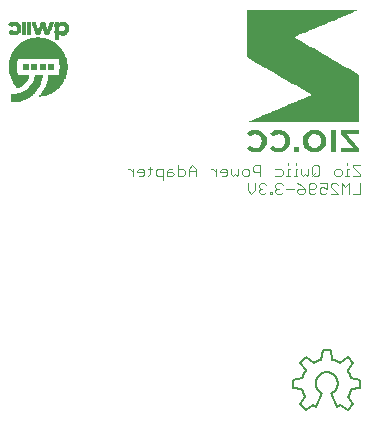
<source format=gbr>
G04 EAGLE Gerber RS-274X export*
G75*
%MOMM*%
%FSLAX34Y34*%
%LPD*%
%INSilkscreen Bottom*%
%IPPOS*%
%AMOC8*
5,1,8,0,0,1.08239X$1,22.5*%
G01*
%ADD10C,0.101600*%
%ADD11R,0.120000X0.020000*%
%ADD12R,0.340000X0.020000*%
%ADD13R,0.320000X0.020000*%
%ADD14R,0.140000X0.020000*%
%ADD15R,0.280000X0.020000*%
%ADD16R,0.360000X0.020000*%
%ADD17R,0.420000X0.020000*%
%ADD18R,0.380000X0.020000*%
%ADD19R,0.480000X0.020000*%
%ADD20R,0.540000X0.020000*%
%ADD21R,0.560000X0.020000*%
%ADD22R,0.400000X0.020000*%
%ADD23R,0.640000X0.020000*%
%ADD24R,0.620000X0.020000*%
%ADD25R,0.700000X0.020000*%
%ADD26R,0.660000X0.020000*%
%ADD27R,0.740000X0.020000*%
%ADD28R,1.080000X0.020000*%
%ADD29R,0.800000X0.020000*%
%ADD30R,1.100000X0.020000*%
%ADD31R,0.440000X0.020000*%
%ADD32R,0.840000X0.020000*%
%ADD33R,1.120000X0.020000*%
%ADD34R,0.460000X0.020000*%
%ADD35R,0.860000X0.020000*%
%ADD36R,0.900000X0.020000*%
%ADD37R,1.140000X0.020000*%
%ADD38R,0.920000X0.020000*%
%ADD39R,1.160000X0.020000*%
%ADD40R,0.960000X0.020000*%
%ADD41R,0.500000X0.020000*%
%ADD42R,0.520000X0.020000*%
%ADD43R,0.940000X0.020000*%
%ADD44R,0.260000X0.020000*%
%ADD45R,0.180000X0.020000*%
%ADD46R,0.580000X0.020000*%
%ADD47R,0.060000X0.020000*%
%ADD48R,0.600000X0.020000*%
%ADD49R,0.300000X0.020000*%
%ADD50R,0.040000X0.020000*%
%ADD51R,0.100000X0.020000*%
%ADD52R,0.160000X0.020000*%
%ADD53R,0.220000X0.020000*%
%ADD54R,0.980000X0.020000*%
%ADD55R,0.880000X0.020000*%
%ADD56R,0.760000X0.020000*%
%ADD57R,1.060000X0.020000*%
%ADD58R,0.720000X0.020000*%
%ADD59R,0.820000X0.020000*%
%ADD60R,1.180000X0.020000*%
%ADD61R,1.340000X0.020000*%
%ADD62R,1.460000X0.020000*%
%ADD63R,1.600000X0.020000*%
%ADD64R,1.700000X0.020000*%
%ADD65R,1.820000X0.020000*%
%ADD66R,1.900000X0.020000*%
%ADD67R,1.980000X0.020000*%
%ADD68R,2.100000X0.020000*%
%ADD69R,2.160000X0.020000*%
%ADD70R,2.260000X0.020000*%
%ADD71R,2.340000X0.020000*%
%ADD72R,2.400000X0.020000*%
%ADD73R,2.480000X0.020000*%
%ADD74R,2.540000X0.020000*%
%ADD75R,2.600000X0.020000*%
%ADD76R,2.680000X0.020000*%
%ADD77R,2.720000X0.020000*%
%ADD78R,2.800000X0.020000*%
%ADD79R,2.840000X0.020000*%
%ADD80R,2.900000X0.020000*%
%ADD81R,2.960000X0.020000*%
%ADD82R,3.000000X0.020000*%
%ADD83R,3.060000X0.020000*%
%ADD84R,3.120000X0.020000*%
%ADD85R,3.160000X0.020000*%
%ADD86R,3.200000X0.020000*%
%ADD87R,3.260000X0.020000*%
%ADD88R,3.300000X0.020000*%
%ADD89R,3.340000X0.020000*%
%ADD90R,3.380000X0.020000*%
%ADD91R,3.420000X0.020000*%
%ADD92R,3.460000X0.020000*%
%ADD93R,3.520000X0.020000*%
%ADD94R,3.540000X0.020000*%
%ADD95R,3.580000X0.020000*%
%ADD96R,3.620000X0.020000*%
%ADD97R,3.660000X0.020000*%
%ADD98R,3.700000X0.020000*%
%ADD99R,3.740000X0.020000*%
%ADD100R,3.780000X0.020000*%
%ADD101R,3.800000X0.020000*%
%ADD102R,3.840000X0.020000*%
%ADD103R,3.860000X0.020000*%
%ADD104R,3.900000X0.020000*%
%ADD105R,3.940000X0.020000*%
%ADD106R,3.960000X0.020000*%
%ADD107R,3.980000X0.020000*%
%ADD108R,4.020000X0.020000*%
%ADD109R,4.060000X0.020000*%
%ADD110R,4.080000X0.020000*%
%ADD111R,4.100000X0.020000*%
%ADD112R,4.120000X0.020000*%
%ADD113R,4.160000X0.020000*%
%ADD114R,4.180000X0.020000*%
%ADD115R,4.200000X0.020000*%
%ADD116R,4.240000X0.020000*%
%ADD117R,4.260000X0.020000*%
%ADD118R,4.280000X0.020000*%
%ADD119R,4.300000X0.020000*%
%ADD120R,4.320000X0.020000*%
%ADD121R,4.340000X0.020000*%
%ADD122R,4.380000X0.020000*%
%ADD123R,4.400000X0.020000*%
%ADD124R,4.440000X0.020000*%
%ADD125R,4.460000X0.020000*%
%ADD126R,4.500000X0.020000*%
%ADD127R,4.520000X0.020000*%
%ADD128R,4.540000X0.020000*%
%ADD129R,4.560000X0.020000*%
%ADD130R,4.580000X0.020000*%
%ADD131R,4.600000X0.020000*%
%ADD132R,4.620000X0.020000*%
%ADD133R,4.640000X0.020000*%
%ADD134R,4.660000X0.020000*%
%ADD135R,4.680000X0.020000*%
%ADD136R,4.700000X0.020000*%
%ADD137R,4.720000X0.020000*%
%ADD138R,4.740000X0.020000*%
%ADD139R,0.680000X0.020000*%
%ADD140R,1.480000X0.020000*%
%ADD141R,1.580000X0.020000*%
%ADD142R,1.560000X0.020000*%
%ADD143R,1.540000X0.020000*%
%ADD144R,1.520000X0.020000*%
%ADD145R,1.500000X0.020000*%
%ADD146R,1.440000X0.020000*%
%ADD147R,1.400000X0.020000*%
%ADD148R,1.420000X0.020000*%
%ADD149R,1.380000X0.020000*%
%ADD150R,1.360000X0.020000*%
%ADD151R,1.320000X0.020000*%
%ADD152R,1.300000X0.020000*%
%ADD153R,1.260000X0.020000*%
%ADD154R,1.220000X0.020000*%
%ADD155R,1.200000X0.020000*%
%ADD156R,1.040000X0.020000*%
%ADD157R,1.020000X0.020000*%
%ADD158R,1.000000X0.020000*%
%ADD159R,1.280000X0.020000*%
%ADD160R,0.780000X0.020000*%
%ADD161R,1.240000X0.020000*%
%ADD162R,0.020000X0.020000*%
%ADD163R,1.840000X0.020000*%
%ADD164R,1.800000X0.020000*%
%ADD165R,1.780000X0.020000*%
%ADD166R,1.760000X0.020000*%
%ADD167R,1.740000X0.020000*%
%ADD168R,1.680000X0.020000*%
%ADD169R,1.660000X0.020000*%
%ADD170R,1.620000X0.020000*%
%ADD171C,0.152400*%

G36*
X379561Y258807D02*
X379561Y258807D01*
X379560Y258808D01*
X379561Y258809D01*
X379561Y298887D01*
X379556Y298893D01*
X379555Y298898D01*
X376786Y300504D01*
X374018Y302108D01*
X371250Y303714D01*
X365713Y306921D01*
X362945Y308528D01*
X360176Y310131D01*
X357405Y311738D01*
X354636Y313341D01*
X351868Y314945D01*
X349103Y316551D01*
X346338Y318155D01*
X343573Y319761D01*
X340808Y321368D01*
X338046Y322974D01*
X335284Y324584D01*
X332522Y326194D01*
X329760Y327810D01*
X327004Y329426D01*
X324282Y331056D01*
X326955Y332199D01*
X329656Y333338D01*
X332360Y334478D01*
X335061Y335614D01*
X337763Y336753D01*
X340467Y337886D01*
X343168Y339022D01*
X345872Y340158D01*
X348574Y341295D01*
X351278Y342427D01*
X354037Y343586D01*
X356795Y344741D01*
X359554Y345900D01*
X362310Y347058D01*
X365068Y348214D01*
X370586Y350531D01*
X373345Y351689D01*
X376103Y352848D01*
X378859Y354007D01*
X379499Y354282D01*
X379502Y354287D01*
X379506Y354291D01*
X379505Y354293D01*
X379506Y354296D01*
X379499Y354299D01*
X379494Y354305D01*
X369951Y354305D01*
X366770Y354308D01*
X338139Y354308D01*
X337266Y354309D01*
X337234Y354309D01*
X334958Y354311D01*
X303142Y354311D01*
X299961Y354314D01*
X284055Y354314D01*
X284043Y354304D01*
X284044Y354303D01*
X284043Y354302D01*
X284043Y314121D01*
X284048Y314116D01*
X284049Y314111D01*
X286808Y312514D01*
X289567Y310914D01*
X292322Y309314D01*
X295081Y307717D01*
X297840Y306116D01*
X300599Y304519D01*
X303357Y302919D01*
X306116Y301319D01*
X308875Y299722D01*
X311633Y298122D01*
X314399Y296518D01*
X317161Y294918D01*
X319926Y293315D01*
X322691Y291711D01*
X325456Y290105D01*
X328218Y288501D01*
X330980Y286895D01*
X336504Y283682D01*
X339239Y282074D01*
X336534Y280903D01*
X333794Y279738D01*
X331058Y278582D01*
X328315Y277424D01*
X325576Y276268D01*
X322833Y275113D01*
X320094Y273961D01*
X317351Y272809D01*
X314608Y271657D01*
X311865Y270508D01*
X309103Y269349D01*
X306345Y268191D01*
X303583Y267032D01*
X300821Y265874D01*
X298062Y264715D01*
X295300Y263556D01*
X292541Y262398D01*
X289779Y261239D01*
X287021Y260078D01*
X284265Y258913D01*
X284262Y258907D01*
X284258Y258903D01*
X284260Y258901D01*
X284258Y258898D01*
X284265Y258895D01*
X284270Y258890D01*
X287438Y258858D01*
X290606Y258845D01*
X293778Y258835D01*
X296950Y258829D01*
X300121Y258823D01*
X303290Y258819D01*
X306461Y258816D01*
X309633Y258810D01*
X312804Y258807D01*
X315976Y258807D01*
X319144Y258803D01*
X322316Y258800D01*
X338190Y258800D01*
X341371Y258797D01*
X379549Y258797D01*
X379561Y258807D01*
G37*
G36*
X343433Y233408D02*
X343433Y233408D01*
X343434Y233410D01*
X343436Y233409D01*
X346390Y234366D01*
X346391Y234368D01*
X346393Y234367D01*
X348922Y236175D01*
X348922Y236178D01*
X348924Y236178D01*
X350752Y238687D01*
X350751Y238690D01*
X350753Y238690D01*
X351185Y239897D01*
X351509Y240786D01*
X351508Y240789D01*
X351509Y240790D01*
X351660Y243017D01*
X351659Y243018D01*
X351660Y243019D01*
X351490Y245333D01*
X351488Y245335D01*
X351489Y245336D01*
X350641Y247493D01*
X350639Y247494D01*
X350640Y247496D01*
X348831Y249967D01*
X348829Y249967D01*
X348829Y249970D01*
X346319Y251727D01*
X346317Y251726D01*
X346317Y251728D01*
X344067Y252535D01*
X344065Y252534D01*
X344063Y252535D01*
X341673Y252673D01*
X341672Y252672D01*
X341671Y252673D01*
X338758Y252385D01*
X338757Y252383D01*
X338755Y252384D01*
X335916Y251049D01*
X335915Y251047D01*
X335913Y251047D01*
X333628Y248903D01*
X333627Y248900D01*
X333625Y248899D01*
X332185Y246115D01*
X332186Y246113D01*
X332184Y246111D01*
X332184Y246110D01*
X332182Y246098D01*
X332173Y246038D01*
X332171Y246026D01*
X332170Y246014D01*
X332168Y246002D01*
X332157Y245931D01*
X332156Y245919D01*
X332154Y245907D01*
X332152Y245895D01*
X332143Y245835D01*
X332142Y245823D01*
X332140Y245811D01*
X332138Y245799D01*
X332136Y245788D01*
X332136Y245787D01*
X332128Y245728D01*
X332126Y245716D01*
X332124Y245704D01*
X332123Y245692D01*
X332122Y245692D01*
X332123Y245692D01*
X332112Y245620D01*
X332110Y245608D01*
X332109Y245597D01*
X332109Y245596D01*
X332107Y245585D01*
X332098Y245525D01*
X332096Y245513D01*
X332095Y245501D01*
X332093Y245489D01*
X332082Y245417D01*
X332081Y245406D01*
X332081Y245405D01*
X332079Y245394D01*
X332077Y245382D01*
X332068Y245322D01*
X332067Y245310D01*
X332065Y245298D01*
X332063Y245286D01*
X332061Y245274D01*
X332053Y245215D01*
X332053Y245214D01*
X332051Y245203D01*
X332049Y245191D01*
X332047Y245179D01*
X332037Y245107D01*
X332035Y245095D01*
X332033Y245083D01*
X332032Y245071D01*
X332023Y245012D01*
X332021Y245000D01*
X332019Y244988D01*
X332018Y244976D01*
X332007Y244904D01*
X332006Y244892D01*
X332005Y244892D01*
X332006Y244892D01*
X332004Y244880D01*
X332002Y244868D01*
X331992Y244797D01*
X331990Y244785D01*
X331988Y244773D01*
X331986Y244761D01*
X331978Y244701D01*
X331976Y244689D01*
X331974Y244677D01*
X331972Y244665D01*
X331962Y244594D01*
X331960Y244582D01*
X331958Y244570D01*
X331957Y244558D01*
X331948Y244498D01*
X331946Y244486D01*
X331944Y244474D01*
X331943Y244462D01*
X331932Y244391D01*
X331930Y244379D01*
X331929Y244367D01*
X331927Y244355D01*
X331916Y244283D01*
X331915Y244271D01*
X331913Y244260D01*
X331913Y244259D01*
X331911Y244248D01*
X331902Y244188D01*
X331901Y244176D01*
X331899Y244164D01*
X331897Y244152D01*
X331887Y244080D01*
X331885Y244069D01*
X331885Y244068D01*
X331883Y244057D01*
X331882Y244045D01*
X331881Y244045D01*
X331882Y244045D01*
X331873Y243985D01*
X331871Y243973D01*
X331869Y243961D01*
X331868Y243949D01*
X331857Y243878D01*
X331857Y243877D01*
X331855Y243866D01*
X331854Y243854D01*
X331852Y243842D01*
X331841Y243770D01*
X331840Y243758D01*
X331838Y243746D01*
X331836Y243734D01*
X331827Y243675D01*
X331826Y243663D01*
X331824Y243651D01*
X331822Y243639D01*
X331812Y243567D01*
X331810Y243555D01*
X331808Y243543D01*
X331806Y243531D01*
X331798Y243472D01*
X331796Y243460D01*
X331794Y243448D01*
X331792Y243436D01*
X331791Y243424D01*
X331782Y243364D01*
X331780Y243352D01*
X331778Y243340D01*
X331777Y243328D01*
X331766Y243257D01*
X331765Y243245D01*
X331764Y243245D01*
X331765Y243245D01*
X331763Y243233D01*
X331761Y243221D01*
X331752Y243161D01*
X331751Y243149D01*
X331749Y243137D01*
X331747Y243125D01*
X331737Y243054D01*
X331736Y243049D01*
X331737Y243047D01*
X331736Y243045D01*
X332024Y240639D01*
X332025Y240637D01*
X332024Y240636D01*
X332309Y239897D01*
X332905Y238376D01*
X332906Y238375D01*
X332906Y238374D01*
X334337Y236421D01*
X334339Y236421D01*
X334339Y236419D01*
X336525Y234672D01*
X336527Y234672D01*
X336528Y234670D01*
X339117Y233611D01*
X339119Y233611D01*
X339120Y233610D01*
X341267Y233354D01*
X341268Y233354D01*
X341269Y233354D01*
X343433Y233408D01*
G37*
G36*
X379561Y233627D02*
X379561Y233627D01*
X379560Y233627D01*
X379561Y233628D01*
X379561Y236777D01*
X379557Y236781D01*
X379558Y236785D01*
X377846Y238776D01*
X376133Y240766D01*
X374421Y242760D01*
X372709Y244751D01*
X370994Y246742D01*
X369298Y248713D01*
X371762Y248728D01*
X374252Y248741D01*
X376739Y248754D01*
X379229Y248770D01*
X379241Y248781D01*
X379240Y248781D01*
X379241Y248782D01*
X379241Y252408D01*
X379230Y252420D01*
X379229Y252419D01*
X379229Y252420D01*
X363864Y252420D01*
X363852Y252410D01*
X363852Y252409D01*
X363852Y252408D01*
X363864Y249259D01*
X363868Y249255D01*
X363867Y249251D01*
X365583Y247260D01*
X367301Y245267D01*
X369017Y243276D01*
X370732Y241285D01*
X372451Y239291D01*
X374149Y237320D01*
X373427Y237317D01*
X373421Y237317D01*
X371599Y237308D01*
X371140Y237305D01*
X371135Y237305D01*
X369216Y237293D01*
X369211Y237293D01*
X369019Y237292D01*
X366859Y237281D01*
X366853Y237281D01*
X366443Y237279D01*
X364455Y237269D01*
X364449Y237269D01*
X363864Y237266D01*
X363852Y237256D01*
X363852Y237255D01*
X363852Y237254D01*
X363852Y233628D01*
X363862Y233616D01*
X363863Y233617D01*
X363864Y233616D01*
X379549Y233616D01*
X379561Y233627D01*
G37*
G36*
X313022Y233395D02*
X313022Y233395D01*
X313024Y233397D01*
X313026Y233396D01*
X316031Y234359D01*
X316032Y234361D01*
X316034Y234361D01*
X318547Y236265D01*
X318547Y236268D01*
X318549Y236268D01*
X320079Y238399D01*
X320079Y238402D01*
X320081Y238402D01*
X320964Y240876D01*
X320963Y240878D01*
X320965Y240879D01*
X321163Y243497D01*
X321162Y243499D01*
X321163Y243500D01*
X320737Y245990D01*
X320736Y245991D01*
X320736Y245993D01*
X319687Y248291D01*
X319685Y248292D01*
X319685Y248294D01*
X318069Y250236D01*
X318067Y250237D01*
X318066Y250238D01*
X315906Y251743D01*
X315904Y251742D01*
X315903Y251744D01*
X313407Y252583D01*
X313405Y252582D01*
X313404Y252583D01*
X310859Y252721D01*
X310858Y252720D01*
X310857Y252721D01*
X308326Y252426D01*
X308324Y252425D01*
X308323Y252426D01*
X306162Y251552D01*
X306161Y251550D01*
X306160Y251550D01*
X304275Y250187D01*
X304274Y250182D01*
X304270Y250181D01*
X304117Y249666D01*
X304117Y249665D01*
X304120Y249659D01*
X304119Y249654D01*
X305332Y248237D01*
X306455Y246924D01*
X306468Y246923D01*
X306470Y246922D01*
X307280Y247389D01*
X309259Y248524D01*
X311495Y248930D01*
X313698Y248390D01*
X315573Y246854D01*
X316636Y244673D01*
X316793Y243069D01*
X316636Y241469D01*
X315419Y239045D01*
X313232Y237458D01*
X311271Y237196D01*
X309307Y237454D01*
X307015Y238851D01*
X306443Y239315D01*
X306427Y239314D01*
X305099Y237996D01*
X303774Y236677D01*
X303773Y236661D01*
X303774Y236661D01*
X303774Y236660D01*
X304462Y236004D01*
X304463Y236004D01*
X304463Y236003D01*
X306432Y234518D01*
X306434Y234518D01*
X306434Y234516D01*
X308726Y233611D01*
X308728Y233611D01*
X308729Y233610D01*
X310867Y233357D01*
X310868Y233358D01*
X310868Y233357D01*
X313022Y233395D01*
G37*
G36*
X292965Y233360D02*
X292965Y233360D01*
X292967Y233362D01*
X292968Y233361D01*
X295711Y234151D01*
X295712Y234153D01*
X295714Y234152D01*
X298111Y235692D01*
X298112Y235694D01*
X298114Y235694D01*
X299935Y237893D01*
X299935Y237895D01*
X299937Y237896D01*
X301048Y240523D01*
X301047Y240525D01*
X301048Y240527D01*
X301295Y243014D01*
X301294Y243015D01*
X301295Y243016D01*
X301052Y245503D01*
X301050Y245504D01*
X301051Y245506D01*
X300011Y248006D01*
X300009Y248007D01*
X300009Y248008D01*
X298335Y250134D01*
X298333Y250134D01*
X298333Y250136D01*
X296121Y251695D01*
X296119Y251694D01*
X296118Y251696D01*
X293561Y252583D01*
X293559Y252582D01*
X293558Y252583D01*
X291014Y252721D01*
X291012Y252720D01*
X291012Y252721D01*
X288480Y252426D01*
X288479Y252425D01*
X288477Y252426D01*
X286320Y251552D01*
X286319Y251550D01*
X286317Y251550D01*
X284432Y250190D01*
X284429Y250175D01*
X285475Y248239D01*
X285477Y248238D01*
X285477Y248237D01*
X286616Y246918D01*
X286622Y246917D01*
X286624Y246915D01*
X286627Y246915D01*
X286628Y246916D01*
X286631Y246915D01*
X287175Y247194D01*
X287176Y247194D01*
X289209Y248454D01*
X291538Y248943D01*
X293853Y248390D01*
X295558Y247081D01*
X296612Y245200D01*
X296954Y243069D01*
X296548Y240696D01*
X295203Y238703D01*
X293342Y237448D01*
X291113Y237186D01*
X288992Y237656D01*
X287170Y238851D01*
X286597Y239315D01*
X286582Y239314D01*
X285314Y238050D01*
X284046Y236673D01*
X284046Y236658D01*
X284552Y236056D01*
X284554Y236056D01*
X284554Y236054D01*
X286493Y234560D01*
X286495Y234560D01*
X286496Y234558D01*
X288765Y233649D01*
X288767Y233650D01*
X288768Y233648D01*
X291204Y233354D01*
X291205Y233354D01*
X292965Y233360D01*
G37*
%LPC*%
G36*
X340238Y237324D02*
X340238Y237324D01*
X338080Y238457D01*
X336999Y239908D01*
X336623Y240415D01*
X336074Y242795D01*
X336451Y245212D01*
X337965Y247435D01*
X339747Y248569D01*
X341832Y248904D01*
X344147Y248412D01*
X346018Y246975D01*
X347127Y244880D01*
X347363Y243127D01*
X347354Y243042D01*
X347333Y242863D01*
X347312Y242672D01*
X347292Y242493D01*
X347270Y242302D01*
X347250Y242123D01*
X347228Y241932D01*
X347208Y241753D01*
X347187Y241562D01*
X347167Y241383D01*
X347166Y241383D01*
X347165Y241371D01*
X346318Y239907D01*
X345683Y238812D01*
X343911Y237778D01*
X343095Y237324D01*
X340238Y237324D01*
G37*
%LPD*%
G36*
X359715Y233627D02*
X359715Y233627D01*
X359714Y233627D01*
X359715Y233628D01*
X359715Y252405D01*
X359705Y252417D01*
X359704Y252416D01*
X359703Y252417D01*
X355648Y252417D01*
X355636Y252406D01*
X355637Y252406D01*
X355636Y252405D01*
X355636Y233628D01*
X355647Y233616D01*
X355648Y233617D01*
X355648Y233616D01*
X359703Y233616D01*
X359715Y233627D01*
G37*
G36*
X328665Y233627D02*
X328665Y233627D01*
X328664Y233627D01*
X328665Y233628D01*
X328665Y237894D01*
X328654Y237906D01*
X328654Y237905D01*
X328653Y237906D01*
X324278Y237906D01*
X324266Y237896D01*
X324267Y237895D01*
X324266Y237894D01*
X324266Y233628D01*
X324276Y233616D01*
X324277Y233617D01*
X324278Y233616D01*
X328653Y233616D01*
X328665Y233627D01*
G37*
D10*
X379984Y222512D02*
X373883Y222512D01*
X373883Y220987D01*
X379984Y214885D01*
X379984Y213360D01*
X373883Y213360D01*
X370629Y219461D02*
X369104Y219461D01*
X369104Y213360D01*
X370629Y213360D02*
X367578Y213360D01*
X369104Y222512D02*
X369104Y224037D01*
X362867Y213360D02*
X359816Y213360D01*
X358291Y214885D01*
X358291Y217936D01*
X359816Y219461D01*
X362867Y219461D01*
X364392Y217936D01*
X364392Y214885D01*
X362867Y213360D01*
X345682Y214885D02*
X345682Y220987D01*
X344156Y222512D01*
X341106Y222512D01*
X339580Y220987D01*
X339580Y214885D01*
X341106Y213360D01*
X344156Y213360D01*
X345682Y214885D01*
X342631Y216411D02*
X339580Y213360D01*
X336326Y214885D02*
X336326Y219461D01*
X336326Y214885D02*
X334801Y213360D01*
X333276Y214885D01*
X331751Y213360D01*
X330225Y214885D01*
X330225Y219461D01*
X326971Y219461D02*
X325446Y219461D01*
X325446Y213360D01*
X326971Y213360D02*
X323921Y213360D01*
X325446Y222512D02*
X325446Y224037D01*
X320735Y219461D02*
X319209Y219461D01*
X319209Y213360D01*
X317684Y213360D02*
X320735Y213360D01*
X319209Y222512D02*
X319209Y224037D01*
X312972Y219461D02*
X308397Y219461D01*
X312972Y219461D02*
X314498Y217936D01*
X314498Y214885D01*
X312972Y213360D01*
X308397Y213360D01*
X295787Y213360D02*
X295787Y222512D01*
X291211Y222512D01*
X289686Y220987D01*
X289686Y217936D01*
X291211Y216411D01*
X295787Y216411D01*
X284907Y213360D02*
X281856Y213360D01*
X280331Y214885D01*
X280331Y217936D01*
X281856Y219461D01*
X284907Y219461D01*
X286432Y217936D01*
X286432Y214885D01*
X284907Y213360D01*
X277077Y214885D02*
X277077Y219461D01*
X277077Y214885D02*
X275552Y213360D01*
X274026Y214885D01*
X272501Y213360D01*
X270976Y214885D01*
X270976Y219461D01*
X266197Y213360D02*
X263146Y213360D01*
X266197Y213360D02*
X267722Y214885D01*
X267722Y217936D01*
X266197Y219461D01*
X263146Y219461D01*
X261621Y217936D01*
X261621Y216411D01*
X267722Y216411D01*
X258367Y213360D02*
X258367Y219461D01*
X258367Y216411D02*
X255316Y219461D01*
X253791Y219461D01*
X241215Y219461D02*
X241215Y213360D01*
X241215Y219461D02*
X238165Y222512D01*
X235114Y219461D01*
X235114Y213360D01*
X235114Y217936D02*
X241215Y217936D01*
X225759Y222512D02*
X225759Y213360D01*
X230335Y213360D01*
X231860Y214885D01*
X231860Y217936D01*
X230335Y219461D01*
X225759Y219461D01*
X220980Y219461D02*
X217929Y219461D01*
X216404Y217936D01*
X216404Y213360D01*
X220980Y213360D01*
X222505Y214885D01*
X220980Y216411D01*
X216404Y216411D01*
X213150Y219461D02*
X213150Y210309D01*
X213150Y219461D02*
X208574Y219461D01*
X207049Y217936D01*
X207049Y214885D01*
X208574Y213360D01*
X213150Y213360D01*
X202269Y214885D02*
X202269Y220987D01*
X202269Y214885D02*
X200744Y213360D01*
X200744Y219461D02*
X203795Y219461D01*
X196033Y213360D02*
X192982Y213360D01*
X196033Y213360D02*
X197558Y214885D01*
X197558Y217936D01*
X196033Y219461D01*
X192982Y219461D01*
X191457Y217936D01*
X191457Y216411D01*
X197558Y216411D01*
X188203Y213360D02*
X188203Y219461D01*
X188203Y216411D02*
X185152Y219461D01*
X183627Y219461D01*
X379984Y207272D02*
X379984Y198120D01*
X373883Y198120D01*
X370629Y198120D02*
X370629Y207272D01*
X367578Y204221D01*
X364528Y207272D01*
X364528Y198120D01*
X361274Y198120D02*
X355172Y198120D01*
X355172Y204221D02*
X361274Y198120D01*
X355172Y204221D02*
X355172Y205747D01*
X356698Y207272D01*
X359748Y207272D01*
X361274Y205747D01*
X351918Y207272D02*
X345817Y207272D01*
X351918Y207272D02*
X351918Y202696D01*
X348868Y204221D01*
X347343Y204221D01*
X345817Y202696D01*
X345817Y199645D01*
X347343Y198120D01*
X350393Y198120D01*
X351918Y199645D01*
X342563Y199645D02*
X341038Y198120D01*
X337987Y198120D01*
X336462Y199645D01*
X336462Y205747D01*
X337987Y207272D01*
X341038Y207272D01*
X342563Y205747D01*
X342563Y204221D01*
X341038Y202696D01*
X336462Y202696D01*
X330157Y205747D02*
X327107Y207272D01*
X330157Y205747D02*
X333208Y202696D01*
X333208Y199645D01*
X331683Y198120D01*
X328632Y198120D01*
X327107Y199645D01*
X327107Y201171D01*
X328632Y202696D01*
X333208Y202696D01*
X323853Y202696D02*
X317752Y202696D01*
X314498Y205747D02*
X312972Y207272D01*
X309922Y207272D01*
X308397Y205747D01*
X308397Y204221D01*
X309922Y202696D01*
X311447Y202696D01*
X309922Y202696D02*
X308397Y201171D01*
X308397Y199645D01*
X309922Y198120D01*
X312972Y198120D01*
X314498Y199645D01*
X305143Y199645D02*
X305143Y198120D01*
X305143Y199645D02*
X303617Y199645D01*
X303617Y198120D01*
X305143Y198120D01*
X300465Y205747D02*
X298940Y207272D01*
X295889Y207272D01*
X294364Y205747D01*
X294364Y204221D01*
X295889Y202696D01*
X297414Y202696D01*
X295889Y202696D02*
X294364Y201171D01*
X294364Y199645D01*
X295889Y198120D01*
X298940Y198120D01*
X300465Y199645D01*
X291110Y201171D02*
X291110Y207272D01*
X291110Y201171D02*
X288059Y198120D01*
X285009Y201171D01*
X285009Y207272D01*
D11*
X128704Y343334D03*
D12*
X123404Y343334D03*
X119204Y343334D03*
D13*
X111304Y343334D03*
X103704Y343334D03*
D12*
X99604Y343334D03*
X95404Y343334D03*
D14*
X87604Y343334D03*
D15*
X128704Y343134D03*
D16*
X123304Y343134D03*
X119104Y343134D03*
X111304Y343134D03*
D12*
X103604Y343134D03*
D16*
X99704Y343134D03*
X95304Y343134D03*
D13*
X87504Y343134D03*
D17*
X128804Y342934D03*
D16*
X123304Y342934D03*
X119104Y342934D03*
D18*
X111404Y342934D03*
D16*
X103704Y342934D03*
X99704Y342934D03*
X95304Y342934D03*
D19*
X87504Y342934D03*
X128704Y342734D03*
D16*
X123304Y342734D03*
X119104Y342734D03*
D18*
X111404Y342734D03*
D12*
X103804Y342734D03*
D16*
X99704Y342734D03*
X95304Y342734D03*
D20*
X87604Y342734D03*
D21*
X128704Y342534D03*
D16*
X123304Y342534D03*
X118904Y342534D03*
D22*
X111304Y342534D03*
D12*
X103804Y342534D03*
D16*
X99704Y342534D03*
X95304Y342534D03*
D23*
X87504Y342534D03*
D24*
X128804Y342334D03*
D16*
X123304Y342334D03*
X118904Y342334D03*
D22*
X111304Y342334D03*
D16*
X103904Y342334D03*
X99704Y342334D03*
X95304Y342334D03*
D25*
X87604Y342334D03*
D26*
X128804Y342134D03*
D18*
X123404Y342134D03*
D12*
X118804Y342134D03*
D17*
X111404Y342134D03*
D12*
X104004Y342134D03*
D16*
X99704Y342134D03*
X95304Y342134D03*
D27*
X87604Y342134D03*
D28*
X126904Y341934D03*
D16*
X118704Y341934D03*
D17*
X111404Y341934D03*
D12*
X104004Y341934D03*
D16*
X99704Y341934D03*
X95304Y341934D03*
D29*
X87504Y341934D03*
D30*
X127004Y341734D03*
D16*
X118704Y341734D03*
D31*
X111304Y341734D03*
D12*
X104004Y341734D03*
D16*
X99704Y341734D03*
X95304Y341734D03*
D32*
X87504Y341734D03*
D33*
X127104Y341534D03*
D12*
X118604Y341534D03*
D34*
X111404Y341534D03*
D12*
X104204Y341534D03*
D16*
X99704Y341534D03*
X95304Y341534D03*
D35*
X87604Y341534D03*
D33*
X127104Y341334D03*
D12*
X118604Y341334D03*
D34*
X111404Y341334D03*
D12*
X104204Y341334D03*
D16*
X99704Y341334D03*
X95304Y341334D03*
D36*
X87604Y341334D03*
D37*
X127204Y341134D03*
D16*
X118504Y341134D03*
D19*
X111304Y341134D03*
D13*
X104304Y341134D03*
D16*
X99704Y341134D03*
X95304Y341134D03*
D38*
X87504Y341134D03*
D39*
X127304Y340934D03*
D12*
X118404Y340934D03*
D19*
X111304Y340934D03*
D12*
X104404Y340934D03*
D16*
X99704Y340934D03*
X95304Y340934D03*
D40*
X87504Y340934D03*
D39*
X127304Y340734D03*
D12*
X118404Y340734D03*
D41*
X111404Y340734D03*
D12*
X104404Y340734D03*
D16*
X99704Y340734D03*
X95304Y340734D03*
D40*
X87704Y340734D03*
D39*
X127304Y340534D03*
D16*
X118304Y340534D03*
D42*
X111304Y340534D03*
D12*
X104404Y340534D03*
D16*
X99704Y340534D03*
X95304Y340534D03*
D43*
X87804Y340534D03*
D19*
X130904Y340334D03*
D20*
X124204Y340334D03*
D12*
X118204Y340334D03*
D42*
X111304Y340334D03*
D13*
X104504Y340334D03*
D16*
X99704Y340334D03*
X95304Y340334D03*
D19*
X90304Y340334D03*
D13*
X85104Y340334D03*
D34*
X131204Y340134D03*
D41*
X124004Y340134D03*
D12*
X118204Y340134D03*
D42*
X111304Y340134D03*
D12*
X104604Y340134D03*
D16*
X99704Y340134D03*
X95304Y340134D03*
D31*
X90504Y340134D03*
D44*
X85004Y340134D03*
D17*
X131404Y339934D03*
D34*
X123804Y339934D03*
D16*
X118104Y339934D03*
D20*
X111404Y339934D03*
D13*
X104704Y339934D03*
D16*
X99704Y339934D03*
X95304Y339934D03*
D17*
X90804Y339934D03*
D45*
X85004Y339934D03*
D22*
X131504Y339734D03*
D31*
X123704Y339734D03*
D12*
X118004Y339734D03*
D20*
X111404Y339734D03*
D13*
X104704Y339734D03*
D16*
X99704Y339734D03*
X95304Y339734D03*
D22*
X90904Y339734D03*
D11*
X85104Y339734D03*
D22*
X131504Y339534D03*
D17*
X123604Y339534D03*
D12*
X118004Y339534D03*
D46*
X111404Y339534D03*
D12*
X104804Y339534D03*
D16*
X99704Y339534D03*
X95304Y339534D03*
D18*
X91004Y339534D03*
D47*
X85204Y339534D03*
D18*
X131604Y339334D03*
D22*
X123504Y339334D03*
D13*
X117904Y339334D03*
D46*
X111404Y339334D03*
D13*
X104904Y339334D03*
D16*
X99704Y339334D03*
X95304Y339334D03*
X91104Y339334D03*
D18*
X131804Y339134D03*
D22*
X123504Y339134D03*
D12*
X117804Y339134D03*
D48*
X111304Y339134D03*
D13*
X104904Y339134D03*
D16*
X99704Y339134D03*
X95304Y339134D03*
D18*
X91204Y339134D03*
X131804Y338934D03*
D22*
X123504Y338934D03*
D12*
X117804Y338934D03*
D48*
X111304Y338934D03*
D13*
X105104Y338934D03*
D16*
X99704Y338934D03*
X95304Y338934D03*
D18*
X91204Y338934D03*
X131804Y338734D03*
X123404Y338734D03*
D13*
X117704Y338734D03*
D15*
X112904Y338734D03*
D49*
X109804Y338734D03*
D13*
X105104Y338734D03*
D16*
X99704Y338734D03*
X95304Y338734D03*
X91304Y338734D03*
X131904Y338534D03*
D18*
X123404Y338534D03*
D12*
X117604Y338534D03*
D15*
X113104Y338534D03*
D49*
X109804Y338534D03*
D13*
X105104Y338534D03*
D16*
X99704Y338534D03*
X95304Y338534D03*
X91304Y338534D03*
X131904Y338334D03*
D18*
X123404Y338334D03*
D12*
X117604Y338334D03*
D15*
X113104Y338334D03*
D49*
X109604Y338334D03*
X105204Y338334D03*
D16*
X99704Y338334D03*
X95304Y338334D03*
X91304Y338334D03*
X131904Y338134D03*
X123304Y338134D03*
D13*
X117504Y338134D03*
D49*
X113204Y338134D03*
X109604Y338134D03*
D13*
X105304Y338134D03*
D16*
X99704Y338134D03*
X95304Y338134D03*
X91304Y338134D03*
X131904Y337934D03*
X123304Y337934D03*
D12*
X117404Y337934D03*
D49*
X113204Y337934D03*
X109604Y337934D03*
D13*
X105304Y337934D03*
D16*
X99704Y337934D03*
X95304Y337934D03*
X91304Y337934D03*
X131904Y337734D03*
X123304Y337734D03*
D13*
X117304Y337734D03*
D15*
X113304Y337734D03*
X109504Y337734D03*
D49*
X105404Y337734D03*
D16*
X99704Y337734D03*
X95304Y337734D03*
X91304Y337734D03*
X131904Y337534D03*
X123304Y337534D03*
D13*
X117304Y337534D03*
D15*
X113304Y337534D03*
D49*
X109404Y337534D03*
D13*
X105504Y337534D03*
D16*
X99704Y337534D03*
X95304Y337534D03*
X91304Y337534D03*
X131904Y337334D03*
X123304Y337334D03*
D13*
X117304Y337334D03*
D15*
X113504Y337334D03*
D49*
X109404Y337334D03*
X105604Y337334D03*
D16*
X99704Y337334D03*
X95304Y337334D03*
X91304Y337334D03*
X131904Y337134D03*
D18*
X123404Y337134D03*
D12*
X117204Y337134D03*
D15*
X113504Y337134D03*
D49*
X109204Y337134D03*
X105604Y337134D03*
D16*
X99704Y337134D03*
X95304Y337134D03*
X91304Y337134D03*
X131904Y336934D03*
D18*
X123404Y336934D03*
D13*
X117104Y336934D03*
D15*
X113504Y336934D03*
D49*
X109204Y336934D03*
X105604Y336934D03*
D16*
X99704Y336934D03*
X95304Y336934D03*
X91304Y336934D03*
D18*
X131804Y336734D03*
X123404Y336734D03*
D13*
X117104Y336734D03*
D15*
X113504Y336734D03*
D49*
X109204Y336734D03*
D13*
X105704Y336734D03*
D16*
X99704Y336734D03*
X95304Y336734D03*
D18*
X91204Y336734D03*
X131804Y336534D03*
D22*
X123504Y336534D03*
D13*
X116904Y336534D03*
D15*
X113704Y336534D03*
D49*
X109204Y336534D03*
X105804Y336534D03*
D16*
X99704Y336534D03*
X95304Y336534D03*
D18*
X91204Y336534D03*
X131804Y336334D03*
D22*
X123504Y336334D03*
D24*
X115404Y336334D03*
X107404Y336334D03*
D16*
X99704Y336334D03*
X95304Y336334D03*
D18*
X91004Y336334D03*
D50*
X85104Y336334D03*
D18*
X131604Y336134D03*
D22*
X123504Y336134D03*
D24*
X115404Y336134D03*
D48*
X107504Y336134D03*
D16*
X99704Y336134D03*
X95304Y336134D03*
D18*
X91004Y336134D03*
D51*
X85004Y336134D03*
D22*
X131504Y335934D03*
D17*
X123604Y335934D03*
D46*
X115404Y335934D03*
X107404Y335934D03*
D16*
X99704Y335934D03*
X95304Y335934D03*
D22*
X90904Y335934D03*
D52*
X84904Y335934D03*
D22*
X131504Y335734D03*
D31*
X123704Y335734D03*
D46*
X115404Y335734D03*
X107404Y335734D03*
D16*
X99704Y335734D03*
X95304Y335734D03*
D17*
X90804Y335734D03*
D53*
X84804Y335734D03*
D17*
X131404Y335534D03*
D34*
X123804Y335534D03*
D46*
X115404Y335534D03*
D21*
X107504Y335534D03*
D16*
X99704Y335534D03*
X95304Y335534D03*
D31*
X90504Y335534D03*
D15*
X84904Y335534D03*
D31*
X131104Y335334D03*
D19*
X123904Y335334D03*
D20*
X115404Y335334D03*
D21*
X107504Y335334D03*
D16*
X99704Y335334D03*
X95304Y335334D03*
D40*
X87904Y335334D03*
D34*
X131004Y335134D03*
D42*
X124104Y335134D03*
D20*
X115404Y335134D03*
X107404Y335134D03*
D16*
X99704Y335134D03*
X95304Y335134D03*
D40*
X87704Y335134D03*
D42*
X130504Y334934D03*
D48*
X124504Y334934D03*
D42*
X115304Y334934D03*
X107504Y334934D03*
D16*
X99704Y334934D03*
X95304Y334934D03*
D54*
X87604Y334934D03*
D39*
X127304Y334734D03*
D41*
X115404Y334734D03*
D42*
X107504Y334734D03*
D16*
X99704Y334734D03*
X95304Y334734D03*
D43*
X87604Y334734D03*
D39*
X127304Y334534D03*
D41*
X115404Y334534D03*
D19*
X107504Y334534D03*
D16*
X99704Y334534D03*
X95304Y334534D03*
D38*
X87504Y334534D03*
D37*
X127204Y334334D03*
D19*
X115304Y334334D03*
X107504Y334334D03*
D16*
X99704Y334334D03*
X95304Y334334D03*
D55*
X87504Y334334D03*
D33*
X127104Y334134D03*
D19*
X115304Y334134D03*
X107504Y334134D03*
D16*
X99704Y334134D03*
X95304Y334134D03*
D32*
X87504Y334134D03*
D30*
X127004Y333934D03*
D34*
X115404Y333934D03*
D31*
X107504Y333934D03*
D16*
X99704Y333934D03*
X95304Y333934D03*
D29*
X87504Y333934D03*
D28*
X126904Y333734D03*
D31*
X115304Y333734D03*
X107504Y333734D03*
D16*
X99704Y333734D03*
X95304Y333734D03*
D56*
X87504Y333734D03*
D57*
X126804Y333534D03*
D17*
X115404Y333534D03*
D31*
X107504Y333534D03*
D16*
X99704Y333534D03*
X95304Y333534D03*
D58*
X87504Y333534D03*
D23*
X128704Y333334D03*
D18*
X123404Y333334D03*
D22*
X115304Y333334D03*
D17*
X107604Y333334D03*
D16*
X99704Y333334D03*
X95304Y333334D03*
D23*
X87504Y333334D03*
D48*
X128704Y333134D03*
D16*
X123304Y333134D03*
D22*
X115304Y333134D03*
X107504Y333134D03*
D16*
X99704Y333134D03*
X95304Y333134D03*
D48*
X87504Y333134D03*
D21*
X128704Y332934D03*
D16*
X123304Y332934D03*
D22*
X115304Y332934D03*
D18*
X107604Y332934D03*
D16*
X99704Y332934D03*
X95304Y332934D03*
D41*
X87604Y332934D03*
D19*
X128704Y332734D03*
D16*
X123304Y332734D03*
X115304Y332734D03*
D18*
X107604Y332734D03*
D16*
X99704Y332734D03*
X95304Y332734D03*
X87504Y332734D03*
D22*
X128704Y332534D03*
D16*
X123304Y332534D03*
X115304Y332534D03*
X107504Y332534D03*
D12*
X99604Y332534D03*
D16*
X95304Y332534D03*
D53*
X87604Y332534D03*
D15*
X128704Y332334D03*
D16*
X123304Y332334D03*
D51*
X128604Y332134D03*
D16*
X123304Y332134D03*
X123304Y331934D03*
X123304Y331734D03*
X123304Y331534D03*
X123304Y331334D03*
X123304Y331134D03*
X123304Y330934D03*
X123304Y330734D03*
X123304Y330534D03*
X123304Y330334D03*
X123304Y330134D03*
X123304Y329934D03*
D17*
X107604Y329934D03*
D16*
X123304Y329734D03*
D59*
X107604Y329734D03*
D16*
X123304Y329534D03*
D54*
X107604Y329534D03*
D16*
X123304Y329334D03*
D60*
X107604Y329334D03*
D16*
X123304Y329134D03*
D61*
X107604Y329134D03*
D16*
X123304Y328934D03*
D62*
X107604Y328934D03*
D16*
X123304Y328734D03*
D63*
X107504Y328734D03*
D12*
X123404Y328534D03*
D64*
X107604Y328534D03*
D65*
X107604Y328334D03*
D66*
X107604Y328134D03*
D67*
X107604Y327934D03*
D68*
X107604Y327734D03*
D69*
X107504Y327534D03*
D70*
X107604Y327334D03*
D71*
X107604Y327134D03*
D72*
X107504Y326934D03*
D73*
X107504Y326734D03*
D74*
X107604Y326534D03*
D75*
X107504Y326334D03*
D76*
X107504Y326134D03*
D77*
X107504Y325934D03*
D78*
X107504Y325734D03*
D79*
X107504Y325534D03*
D80*
X107604Y325334D03*
D81*
X107504Y325134D03*
D82*
X107504Y324934D03*
D83*
X107604Y324734D03*
D84*
X107504Y324534D03*
D85*
X107504Y324334D03*
D86*
X107504Y324134D03*
D87*
X107604Y323934D03*
D88*
X107604Y323734D03*
D89*
X107604Y323534D03*
D90*
X107604Y323334D03*
D91*
X107604Y323134D03*
D92*
X107604Y322934D03*
D93*
X107504Y322734D03*
D94*
X107604Y322534D03*
D95*
X107604Y322334D03*
D96*
X107604Y322134D03*
D97*
X107604Y321934D03*
D98*
X107604Y321734D03*
D99*
X107604Y321534D03*
D100*
X107604Y321334D03*
D101*
X107504Y321134D03*
D102*
X107504Y320934D03*
D103*
X107604Y320734D03*
D104*
X107604Y320534D03*
D105*
X107604Y320334D03*
D106*
X107504Y320134D03*
D107*
X107604Y319934D03*
D108*
X107604Y319734D03*
D109*
X107604Y319534D03*
D110*
X107504Y319334D03*
D111*
X107604Y319134D03*
D112*
X107504Y318934D03*
D113*
X107504Y318734D03*
D114*
X107604Y318534D03*
D115*
X107504Y318334D03*
D116*
X107504Y318134D03*
D117*
X107604Y317934D03*
D118*
X107504Y317734D03*
D119*
X107604Y317534D03*
D120*
X107504Y317334D03*
D121*
X107604Y317134D03*
D122*
X107604Y316934D03*
X107604Y316734D03*
D123*
X107504Y316534D03*
D124*
X107504Y316334D03*
D125*
X107604Y316134D03*
X107604Y315934D03*
D126*
X107604Y315734D03*
D127*
X107504Y315534D03*
X107504Y315334D03*
D128*
X107604Y315134D03*
D129*
X107504Y314934D03*
D130*
X107604Y314734D03*
D131*
X107504Y314534D03*
X107504Y314334D03*
D132*
X107604Y314134D03*
D133*
X107504Y313934D03*
D134*
X107604Y313734D03*
X107604Y313534D03*
D135*
X107504Y313334D03*
D136*
X107604Y313134D03*
D137*
X107504Y312934D03*
X107504Y312734D03*
D138*
X107604Y312534D03*
X107604Y312334D03*
D48*
X128304Y312134D03*
D23*
X86904Y312134D03*
D48*
X128504Y311934D03*
D24*
X86804Y311934D03*
D46*
X128604Y311734D03*
D24*
X86804Y311734D03*
D46*
X128604Y311534D03*
D24*
X86804Y311534D03*
D46*
X128604Y311334D03*
D23*
X86704Y311334D03*
D48*
X128704Y311134D03*
D23*
X86704Y311134D03*
D48*
X128704Y310934D03*
D23*
X86704Y310934D03*
D48*
X128704Y310734D03*
D26*
X86604Y310734D03*
D48*
X128704Y310534D03*
D26*
X86604Y310534D03*
D24*
X128804Y310334D03*
D26*
X86604Y310334D03*
D24*
X128804Y310134D03*
D26*
X86604Y310134D03*
D24*
X128804Y309934D03*
D26*
X86604Y309934D03*
D24*
X128804Y309734D03*
D26*
X86604Y309734D03*
D24*
X128804Y309534D03*
D139*
X86504Y309534D03*
D23*
X128904Y309334D03*
D139*
X86504Y309334D03*
D23*
X128904Y309134D03*
D139*
X86504Y309134D03*
D23*
X128904Y308934D03*
D139*
X86504Y308934D03*
D23*
X128904Y308734D03*
D139*
X86504Y308734D03*
D23*
X128904Y308534D03*
D25*
X86404Y308534D03*
D23*
X128904Y308334D03*
D25*
X86404Y308334D03*
D23*
X128904Y308134D03*
D25*
X86404Y308134D03*
D23*
X128904Y307934D03*
D25*
X86404Y307934D03*
D23*
X128904Y307734D03*
D25*
X86404Y307734D03*
D23*
X128904Y307534D03*
D25*
X86404Y307534D03*
D26*
X129004Y307334D03*
D34*
X118604Y307334D03*
D19*
X111504Y307334D03*
X104304Y307334D03*
D34*
X97204Y307334D03*
D25*
X86404Y307334D03*
D26*
X129004Y307134D03*
D19*
X118704Y307134D03*
X111504Y307134D03*
D41*
X104204Y307134D03*
D19*
X97104Y307134D03*
D25*
X86404Y307134D03*
D26*
X129004Y306934D03*
D19*
X118704Y306934D03*
X111504Y306934D03*
D41*
X104204Y306934D03*
D19*
X97104Y306934D03*
D25*
X86404Y306934D03*
D26*
X129004Y306734D03*
D19*
X118704Y306734D03*
X111504Y306734D03*
D41*
X104204Y306734D03*
D19*
X97104Y306734D03*
D25*
X86404Y306734D03*
D26*
X129004Y306534D03*
D19*
X118704Y306534D03*
X111504Y306534D03*
D41*
X104204Y306534D03*
D19*
X97104Y306534D03*
D25*
X86404Y306534D03*
D26*
X129004Y306334D03*
D19*
X118704Y306334D03*
X111504Y306334D03*
D41*
X104204Y306334D03*
D19*
X97104Y306334D03*
D25*
X86404Y306334D03*
D26*
X129004Y306134D03*
D19*
X118704Y306134D03*
X111504Y306134D03*
D41*
X104204Y306134D03*
D19*
X97104Y306134D03*
D25*
X86404Y306134D03*
D26*
X129004Y305934D03*
D19*
X118704Y305934D03*
X111504Y305934D03*
D41*
X104204Y305934D03*
D19*
X97104Y305934D03*
D58*
X86304Y305934D03*
D26*
X129004Y305734D03*
D19*
X118704Y305734D03*
X111504Y305734D03*
D41*
X104204Y305734D03*
D19*
X97104Y305734D03*
D58*
X86304Y305734D03*
D26*
X129004Y305534D03*
D19*
X118704Y305534D03*
X111504Y305534D03*
D41*
X104204Y305534D03*
D19*
X97104Y305534D03*
D58*
X86304Y305534D03*
D26*
X129004Y305334D03*
D19*
X118704Y305334D03*
X111504Y305334D03*
D41*
X104204Y305334D03*
D19*
X97104Y305334D03*
D58*
X86304Y305334D03*
D26*
X129004Y305134D03*
D19*
X118704Y305134D03*
X111504Y305134D03*
D41*
X104204Y305134D03*
D19*
X97104Y305134D03*
D58*
X86304Y305134D03*
D26*
X129004Y304934D03*
D19*
X118704Y304934D03*
X111504Y304934D03*
D41*
X104204Y304934D03*
D19*
X97104Y304934D03*
D58*
X86304Y304934D03*
D26*
X129004Y304734D03*
D19*
X118704Y304734D03*
X111504Y304734D03*
D41*
X104204Y304734D03*
D19*
X97104Y304734D03*
D58*
X86304Y304734D03*
D26*
X129004Y304534D03*
D19*
X118704Y304534D03*
X111504Y304534D03*
D41*
X104204Y304534D03*
D19*
X97104Y304534D03*
D58*
X86304Y304534D03*
D26*
X129004Y304334D03*
D19*
X118704Y304334D03*
X111504Y304334D03*
D41*
X104204Y304334D03*
D19*
X97104Y304334D03*
D25*
X86404Y304334D03*
D26*
X129004Y304134D03*
D19*
X118704Y304134D03*
X111504Y304134D03*
D41*
X104204Y304134D03*
D19*
X97104Y304134D03*
D25*
X86404Y304134D03*
D26*
X129004Y303934D03*
D19*
X118704Y303934D03*
X111504Y303934D03*
D41*
X104204Y303934D03*
D19*
X97104Y303934D03*
D25*
X86404Y303934D03*
D26*
X129004Y303734D03*
D19*
X118704Y303734D03*
X111504Y303734D03*
D41*
X104204Y303734D03*
D19*
X97104Y303734D03*
D25*
X86404Y303734D03*
D26*
X129004Y303534D03*
D19*
X118704Y303534D03*
X111504Y303534D03*
D41*
X104204Y303534D03*
D19*
X97104Y303534D03*
D25*
X86404Y303534D03*
D26*
X129004Y303334D03*
D19*
X118704Y303334D03*
X111504Y303334D03*
D41*
X104204Y303334D03*
D19*
X97104Y303334D03*
D25*
X86404Y303334D03*
D26*
X129004Y303134D03*
D19*
X118704Y303134D03*
X111504Y303134D03*
D41*
X104204Y303134D03*
D19*
X97104Y303134D03*
D25*
X86404Y303134D03*
D23*
X128904Y302934D03*
D19*
X118704Y302934D03*
X111504Y302934D03*
D41*
X104204Y302934D03*
D19*
X97104Y302934D03*
D25*
X86404Y302934D03*
D23*
X128904Y302734D03*
D34*
X118604Y302734D03*
D19*
X111504Y302734D03*
X104304Y302734D03*
D34*
X97204Y302734D03*
D25*
X86404Y302734D03*
D23*
X128904Y302534D03*
D25*
X86404Y302534D03*
D23*
X128904Y302334D03*
D25*
X86404Y302334D03*
D23*
X128904Y302134D03*
D25*
X86404Y302134D03*
D23*
X128904Y301934D03*
D25*
X86404Y301934D03*
D23*
X128904Y301734D03*
D25*
X86404Y301734D03*
D23*
X128904Y301534D03*
D139*
X86504Y301534D03*
D23*
X128904Y301334D03*
D139*
X86504Y301334D03*
D23*
X128904Y301134D03*
D139*
X86504Y301134D03*
D24*
X128804Y300934D03*
D139*
X86504Y300934D03*
D24*
X128804Y300734D03*
D26*
X86604Y300734D03*
D24*
X128804Y300534D03*
D26*
X86604Y300534D03*
D24*
X128804Y300334D03*
D26*
X86604Y300334D03*
D24*
X128804Y300134D03*
D26*
X86604Y300134D03*
D48*
X128704Y299934D03*
D26*
X86604Y299934D03*
D48*
X128704Y299734D03*
D26*
X86604Y299734D03*
D48*
X128704Y299534D03*
D23*
X86704Y299534D03*
D48*
X128704Y299334D03*
D23*
X86704Y299334D03*
D46*
X128604Y299134D03*
D23*
X86704Y299134D03*
D46*
X128604Y298934D03*
D23*
X86704Y298934D03*
D46*
X128604Y298734D03*
D24*
X86804Y298734D03*
D46*
X128604Y298534D03*
D24*
X86804Y298534D03*
D21*
X128504Y298334D03*
D24*
X86804Y298334D03*
D21*
X128504Y298134D03*
D48*
X86904Y298134D03*
D46*
X128404Y297934D03*
D24*
X87004Y297934D03*
D140*
X123704Y297734D03*
D26*
X108004Y297734D03*
D141*
X91804Y297734D03*
D140*
X123704Y297534D03*
D26*
X108004Y297534D03*
D141*
X91804Y297534D03*
D140*
X123704Y297334D03*
D26*
X108004Y297334D03*
D142*
X91904Y297334D03*
D140*
X123704Y297134D03*
D139*
X107904Y297134D03*
D143*
X91804Y297134D03*
D62*
X123604Y296934D03*
D139*
X107904Y296934D03*
D144*
X91904Y296934D03*
D140*
X123504Y296734D03*
D139*
X107904Y296734D03*
D144*
X91904Y296734D03*
D62*
X123404Y296534D03*
D139*
X107904Y296534D03*
D144*
X91904Y296534D03*
D62*
X123404Y296334D03*
D25*
X107804Y296334D03*
D145*
X91804Y296334D03*
D62*
X123404Y296134D03*
D139*
X107704Y296134D03*
D140*
X91904Y296134D03*
D146*
X123304Y295934D03*
D139*
X107704Y295934D03*
D62*
X91804Y295934D03*
D146*
X123304Y295734D03*
D139*
X107704Y295734D03*
D146*
X91904Y295734D03*
X123104Y295534D03*
D25*
X107604Y295534D03*
D146*
X91904Y295534D03*
X123104Y295334D03*
D25*
X107604Y295334D03*
D147*
X91904Y295334D03*
D148*
X123004Y295134D03*
D139*
X107504Y295134D03*
D147*
X91904Y295134D03*
D148*
X123004Y294934D03*
D25*
X107404Y294934D03*
D149*
X91804Y294934D03*
D148*
X123004Y294734D03*
D25*
X107404Y294734D03*
D150*
X91904Y294734D03*
D147*
X122904Y294534D03*
D25*
X107404Y294534D03*
D151*
X91904Y294534D03*
D148*
X122804Y294334D03*
D25*
X107204Y294334D03*
D151*
X91904Y294334D03*
D147*
X122704Y294134D03*
D25*
X107204Y294134D03*
D152*
X91804Y294134D03*
D147*
X122704Y293934D03*
D25*
X107204Y293934D03*
D153*
X91804Y293934D03*
D149*
X122604Y293734D03*
D58*
X107104Y293734D03*
D153*
X91804Y293734D03*
D147*
X122504Y293534D03*
D25*
X107004Y293534D03*
D154*
X91804Y293534D03*
D149*
X122404Y293334D03*
D58*
X106904Y293334D03*
D155*
X91904Y293334D03*
D150*
X122304Y293134D03*
D58*
X106904Y293134D03*
D60*
X91804Y293134D03*
D150*
X122304Y292934D03*
D58*
X106704Y292934D03*
D37*
X91804Y292934D03*
D150*
X122104Y292734D03*
D58*
X106704Y292734D03*
D37*
X91804Y292734D03*
D150*
X122104Y292534D03*
D27*
X106604Y292534D03*
D30*
X91804Y292534D03*
D61*
X122004Y292334D03*
D58*
X106504Y292334D03*
D28*
X91704Y292334D03*
D151*
X121904Y292134D03*
D27*
X106404Y292134D03*
D156*
X91704Y292134D03*
D61*
X121804Y291934D03*
D27*
X106404Y291934D03*
D157*
X91804Y291934D03*
D151*
X121704Y291734D03*
D27*
X106204Y291734D03*
D158*
X91704Y291734D03*
D61*
X121604Y291534D03*
D27*
X106204Y291534D03*
D40*
X91704Y291534D03*
D151*
X121504Y291334D03*
D27*
X106004Y291334D03*
D38*
X91704Y291334D03*
D152*
X121404Y291134D03*
D56*
X105904Y291134D03*
D36*
X91604Y291134D03*
D152*
X121404Y290934D03*
D56*
X105904Y290934D03*
D35*
X91604Y290934D03*
D152*
X121204Y290734D03*
D56*
X105704Y290734D03*
D59*
X91604Y290734D03*
D159*
X121104Y290534D03*
D56*
X105704Y290534D03*
D29*
X91504Y290534D03*
D159*
X120904Y290334D03*
D56*
X105504Y290334D03*
X91504Y290334D03*
D159*
X120904Y290134D03*
D160*
X105404Y290134D03*
D25*
X91404Y290134D03*
D153*
X120804Y289934D03*
D160*
X105204Y289934D03*
D26*
X91404Y289934D03*
D153*
X120604Y289734D03*
D160*
X105204Y289734D03*
D23*
X91304Y289734D03*
D153*
X120604Y289534D03*
D160*
X105004Y289534D03*
D48*
X91304Y289534D03*
D154*
X120404Y289334D03*
D29*
X104904Y289334D03*
D20*
X91204Y289334D03*
D161*
X120304Y289134D03*
D29*
X104704Y289134D03*
D19*
X91104Y289134D03*
D154*
X120204Y288934D03*
D29*
X104704Y288934D03*
D31*
X91104Y288934D03*
D154*
X120004Y288734D03*
D29*
X104504Y288734D03*
D18*
X91004Y288734D03*
D155*
X119904Y288534D03*
D59*
X104404Y288534D03*
D13*
X90904Y288534D03*
D155*
X119704Y288334D03*
D59*
X104204Y288334D03*
D15*
X90704Y288334D03*
D60*
X119604Y288134D03*
D32*
X104104Y288134D03*
D53*
X90604Y288134D03*
D60*
X119404Y287934D03*
D32*
X103904Y287934D03*
D14*
X90404Y287934D03*
D39*
X119304Y287734D03*
D32*
X103704Y287734D03*
D162*
X90404Y287734D03*
D39*
X119104Y287534D03*
D35*
X103604Y287534D03*
D37*
X119004Y287334D03*
D35*
X103404Y287334D03*
D37*
X118804Y287134D03*
D55*
X103304Y287134D03*
D33*
X118704Y286934D03*
D55*
X103104Y286934D03*
D33*
X118504Y286734D03*
D55*
X102904Y286734D03*
D30*
X118404Y286534D03*
D55*
X102704Y286534D03*
D30*
X118204Y286334D03*
D38*
X102504Y286334D03*
D28*
X118104Y286134D03*
D38*
X102304Y286134D03*
D28*
X117904Y285934D03*
D38*
X102104Y285934D03*
D156*
X117704Y285734D03*
D40*
X101904Y285734D03*
D156*
X117504Y285534D03*
D40*
X101704Y285534D03*
D156*
X117304Y285334D03*
D40*
X101504Y285334D03*
D158*
X117104Y285134D03*
D54*
X101204Y285134D03*
D158*
X116904Y284934D03*
D157*
X101004Y284934D03*
D40*
X116704Y284734D03*
D157*
X100804Y284734D03*
D40*
X116504Y284534D03*
D156*
X100504Y284534D03*
D43*
X116204Y284334D03*
D57*
X100204Y284334D03*
D43*
X116004Y284134D03*
D28*
X99904Y284134D03*
D36*
X115804Y283934D03*
D30*
X99604Y283934D03*
D55*
X115504Y283734D03*
D33*
X99304Y283734D03*
D35*
X115404Y283534D03*
D39*
X98904Y283534D03*
D32*
X115104Y283334D03*
D60*
X98604Y283334D03*
D59*
X114804Y283134D03*
D161*
X98104Y283134D03*
D29*
X114504Y282934D03*
D159*
X97704Y282934D03*
D56*
X114304Y282734D03*
D61*
X97204Y282734D03*
D27*
X114004Y282534D03*
D148*
X96604Y282534D03*
D58*
X113704Y282334D03*
D143*
X95804Y282334D03*
D47*
X86804Y282334D03*
D139*
X113304Y282134D03*
D163*
X94104Y282134D03*
D26*
X113004Y281934D03*
D65*
X94004Y281934D03*
D46*
X112604Y281734D03*
D164*
X93904Y281734D03*
D20*
X112204Y281534D03*
D165*
X93804Y281534D03*
D41*
X111804Y281334D03*
D166*
X93704Y281334D03*
D31*
X111304Y281134D03*
D167*
X93604Y281134D03*
D22*
X110904Y280934D03*
D64*
X93404Y280934D03*
D49*
X110204Y280734D03*
D168*
X93304Y280734D03*
D11*
X109504Y280534D03*
D169*
X93204Y280534D03*
D170*
X93004Y280334D03*
D63*
X92904Y280134D03*
D142*
X92704Y279934D03*
D143*
X92604Y279734D03*
D144*
X92504Y279534D03*
D140*
X92304Y279334D03*
D146*
X92104Y279134D03*
D148*
X92004Y278934D03*
D149*
X91804Y278734D03*
D61*
X91604Y278534D03*
D152*
X91404Y278334D03*
D153*
X91204Y278134D03*
D154*
X91004Y277934D03*
D60*
X90804Y277734D03*
D33*
X90504Y277534D03*
D28*
X90304Y277334D03*
D157*
X90004Y277134D03*
D54*
X89804Y276934D03*
D36*
X89404Y276734D03*
D32*
X89104Y276534D03*
D160*
X88804Y276334D03*
D139*
X88304Y276134D03*
D48*
X87904Y275934D03*
D31*
X87104Y275734D03*
D171*
X355854Y29464D02*
X360934Y18034D01*
X363474Y19558D01*
X369570Y15240D01*
X374142Y20066D01*
X370078Y26162D01*
X372618Y33020D02*
X380238Y34290D01*
X380238Y40894D01*
X372618Y42418D01*
X369824Y48768D02*
X374396Y55372D01*
X369570Y59944D01*
X362966Y55372D01*
X356616Y57912D02*
X355346Y66040D01*
X348488Y66040D01*
X347218Y57912D01*
X340868Y55372D02*
X334264Y59944D01*
X329438Y55372D01*
X334010Y48768D01*
X331216Y42418D02*
X323596Y40894D01*
X323596Y34290D01*
X331216Y33020D01*
X333756Y26162D02*
X329438Y20066D01*
X334264Y15240D01*
X340360Y19558D01*
X342900Y18034D01*
X347726Y29464D01*
X347726Y29718D02*
X347522Y29820D01*
X347321Y29927D01*
X347123Y30039D01*
X346927Y30155D01*
X346734Y30277D01*
X346544Y30402D01*
X346358Y30533D01*
X346174Y30668D01*
X345994Y30808D01*
X345818Y30952D01*
X345645Y31100D01*
X345475Y31252D01*
X345310Y31409D01*
X345148Y31569D01*
X344990Y31733D01*
X344837Y31902D01*
X344687Y32074D01*
X344542Y32249D01*
X344401Y32428D01*
X344264Y32610D01*
X344132Y32796D01*
X344005Y32985D01*
X343882Y33177D01*
X343764Y33372D01*
X343651Y33569D01*
X343543Y33770D01*
X343439Y33973D01*
X343341Y34178D01*
X343247Y34386D01*
X343159Y34596D01*
X343076Y34808D01*
X342998Y35022D01*
X342926Y35238D01*
X342858Y35456D01*
X342796Y35675D01*
X342740Y35895D01*
X342688Y36117D01*
X342643Y36341D01*
X342602Y36565D01*
X342568Y36790D01*
X342538Y37016D01*
X342515Y37242D01*
X342496Y37469D01*
X342484Y37697D01*
X342477Y37925D01*
X342475Y38152D01*
X342479Y38380D01*
X342489Y38608D01*
X342504Y38835D01*
X342525Y39062D01*
X342551Y39288D01*
X342583Y39514D01*
X342620Y39738D01*
X342663Y39962D01*
X342711Y40185D01*
X342765Y40406D01*
X342824Y40626D01*
X342889Y40845D01*
X342958Y41062D01*
X343033Y41277D01*
X343114Y41490D01*
X343199Y41701D01*
X343290Y41910D01*
X343386Y42117D01*
X343486Y42321D01*
X343592Y42523D01*
X343703Y42722D01*
X343818Y42918D01*
X343938Y43112D01*
X344063Y43302D01*
X344193Y43490D01*
X344327Y43674D01*
X344465Y43855D01*
X344608Y44032D01*
X344755Y44206D01*
X344907Y44376D01*
X345062Y44543D01*
X345222Y44705D01*
X345385Y44864D01*
X345553Y45018D01*
X345724Y45169D01*
X345898Y45315D01*
X346077Y45457D01*
X346258Y45595D01*
X346443Y45728D01*
X346631Y45856D01*
X346822Y45980D01*
X347017Y46099D01*
X347214Y46213D01*
X347413Y46323D01*
X347616Y46427D01*
X347821Y46527D01*
X348028Y46621D01*
X348237Y46711D01*
X348449Y46795D01*
X348663Y46874D01*
X348878Y46948D01*
X349095Y47017D01*
X349314Y47080D01*
X349535Y47138D01*
X349756Y47190D01*
X349979Y47237D01*
X350203Y47279D01*
X350428Y47315D01*
X350654Y47345D01*
X350880Y47370D01*
X351107Y47390D01*
X351335Y47404D01*
X351562Y47412D01*
X351790Y47415D01*
X352018Y47412D01*
X352245Y47404D01*
X352473Y47390D01*
X352700Y47370D01*
X352926Y47345D01*
X353152Y47315D01*
X353377Y47279D01*
X353601Y47237D01*
X353824Y47190D01*
X354045Y47138D01*
X354266Y47080D01*
X354485Y47017D01*
X354702Y46948D01*
X354917Y46874D01*
X355131Y46795D01*
X355343Y46711D01*
X355552Y46621D01*
X355759Y46527D01*
X355964Y46427D01*
X356167Y46323D01*
X356366Y46213D01*
X356563Y46099D01*
X356758Y45980D01*
X356949Y45856D01*
X357137Y45728D01*
X357322Y45595D01*
X357503Y45457D01*
X357682Y45315D01*
X357856Y45169D01*
X358027Y45018D01*
X358195Y44864D01*
X358358Y44705D01*
X358518Y44543D01*
X358673Y44376D01*
X358825Y44206D01*
X358972Y44032D01*
X359115Y43855D01*
X359253Y43674D01*
X359387Y43490D01*
X359517Y43302D01*
X359642Y43112D01*
X359762Y42918D01*
X359877Y42722D01*
X359988Y42523D01*
X360094Y42321D01*
X360194Y42117D01*
X360290Y41910D01*
X360381Y41701D01*
X360466Y41490D01*
X360547Y41277D01*
X360622Y41062D01*
X360691Y40845D01*
X360756Y40626D01*
X360815Y40406D01*
X360869Y40185D01*
X360917Y39962D01*
X360960Y39738D01*
X360997Y39514D01*
X361029Y39288D01*
X361055Y39062D01*
X361076Y38835D01*
X361091Y38608D01*
X361101Y38380D01*
X361105Y38152D01*
X361103Y37925D01*
X361096Y37697D01*
X361084Y37469D01*
X361065Y37242D01*
X361042Y37016D01*
X361012Y36790D01*
X360978Y36565D01*
X360937Y36341D01*
X360892Y36117D01*
X360840Y35895D01*
X360784Y35675D01*
X360722Y35456D01*
X360654Y35238D01*
X360582Y35022D01*
X360504Y34808D01*
X360421Y34596D01*
X360333Y34386D01*
X360239Y34178D01*
X360141Y33973D01*
X360037Y33770D01*
X359929Y33569D01*
X359816Y33372D01*
X359698Y33177D01*
X359575Y32985D01*
X359448Y32796D01*
X359316Y32610D01*
X359179Y32428D01*
X359038Y32249D01*
X358893Y32074D01*
X358743Y31902D01*
X358590Y31733D01*
X358432Y31569D01*
X358270Y31409D01*
X358105Y31252D01*
X357935Y31100D01*
X357762Y30952D01*
X357586Y30808D01*
X357406Y30668D01*
X357222Y30533D01*
X357036Y30402D01*
X356846Y30277D01*
X356653Y30155D01*
X356457Y30039D01*
X356259Y29927D01*
X356058Y29820D01*
X355854Y29718D01*
X369993Y26243D02*
X370255Y26691D01*
X370505Y27145D01*
X370745Y27605D01*
X370973Y28071D01*
X371189Y28542D01*
X371394Y29018D01*
X371587Y29499D01*
X371768Y29985D01*
X371938Y30475D01*
X372095Y30969D01*
X372240Y31467D01*
X372373Y31968D01*
X372493Y32472D01*
X372601Y32980D01*
X372459Y42419D02*
X372337Y42888D01*
X372204Y43354D01*
X372060Y43817D01*
X371906Y44276D01*
X371741Y44732D01*
X371566Y45184D01*
X371380Y45632D01*
X371185Y46075D01*
X370979Y46514D01*
X370763Y46948D01*
X370538Y47377D01*
X370302Y47801D01*
X370057Y48219D01*
X369803Y48632D01*
X362879Y55463D02*
X362442Y55719D01*
X361999Y55964D01*
X361550Y56199D01*
X361096Y56422D01*
X360637Y56635D01*
X360173Y56836D01*
X359704Y57027D01*
X359230Y57206D01*
X358753Y57374D01*
X358271Y57530D01*
X357786Y57675D01*
X357298Y57808D01*
X356806Y57929D01*
X347083Y57976D02*
X346608Y57861D01*
X346136Y57736D01*
X345667Y57600D01*
X345201Y57453D01*
X344739Y57296D01*
X344280Y57128D01*
X343825Y56950D01*
X343375Y56761D01*
X342929Y56561D01*
X342488Y56352D01*
X342051Y56133D01*
X341620Y55903D01*
X341194Y55664D01*
X340774Y55415D01*
X334039Y48727D02*
X333770Y48312D01*
X333511Y47889D01*
X333263Y47461D01*
X333025Y47027D01*
X332797Y46587D01*
X332580Y46142D01*
X332374Y45691D01*
X332178Y45236D01*
X331994Y44777D01*
X331821Y44313D01*
X331659Y43845D01*
X331508Y43373D01*
X331369Y42898D01*
X331241Y42419D01*
X331193Y32932D02*
X331287Y32455D01*
X331392Y31981D01*
X331509Y31509D01*
X331637Y31041D01*
X331776Y30575D01*
X331926Y30113D01*
X332087Y29654D01*
X332258Y29200D01*
X332441Y28749D01*
X332634Y28303D01*
X332837Y27862D01*
X333051Y27426D01*
X333275Y26995D01*
X333509Y26569D01*
X333754Y26149D01*
M02*

</source>
